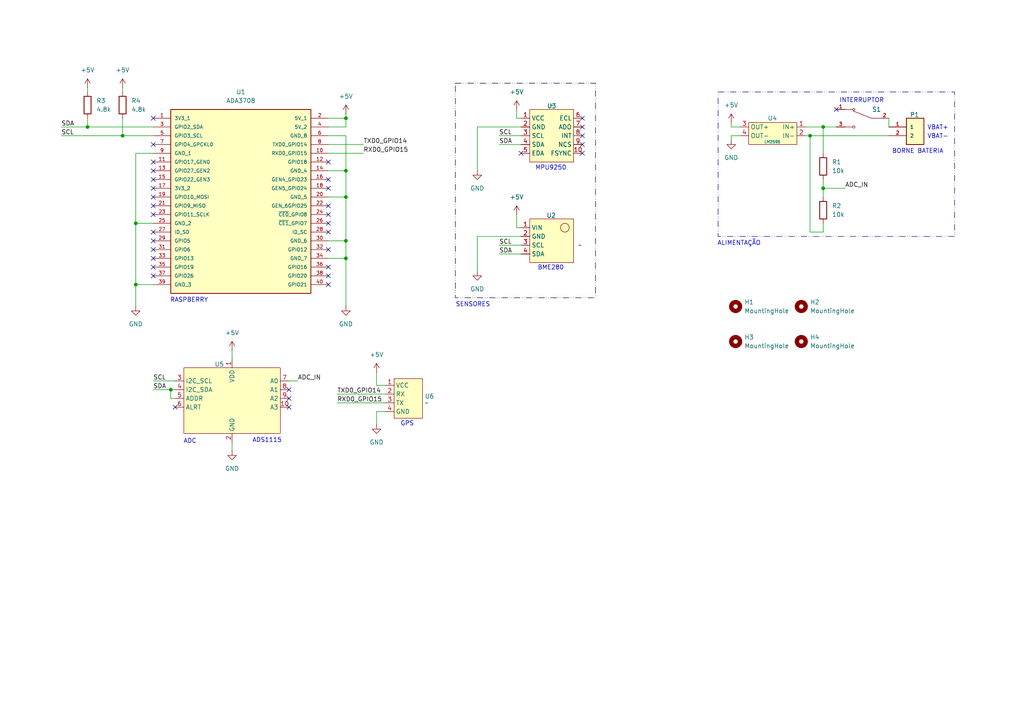
<source format=kicad_sch>
(kicad_sch (version 20231120) (generator "eeschema") (generator_version "8.0")
  (paper "A4")
  (title_block (title "BACURAU-1") (date "2024-05-15") (rev "v1") (company "Asa Branca Aerospace"))
  (lib_symbols
    (symbol "ADA3708:ADA3708" (pin_names (offset 1.016))
      (property "Reference" "U" (at -20.34 26.6962 0))
      (property "Value" "ADA3708" (at -20.3391 -30.5087 0))
      (symbol "ADA3708_0_0"
        (rectangle (start -20.32 -27.94) (end 20.32 25.4) (stroke (width 0.254)) (fill (type background)))
        (pin power_in line (at -25.4 22.86 0) (length 5.08) (name "3V3_1") (number "1"))
        (pin bidirectional line (at 25.4 12.7 180) (length 5.08) (name "RXD0_GPIO15") (number "10"))
        (pin bidirectional line (at -25.4 10.16 0) (length 5.08) (name "GPIO17_GEN0") (number "11"))
        (pin bidirectional line (at 25.4 10.16 180) (length 5.08) (name "GPIO18") (number "12"))
        (pin bidirectional line (at -25.4 7.62 0) (length 5.08) (name "GPIO27_GEN2") (number "13"))
        (pin power_in line (at 25.4 7.62 180) (length 5.08) (name "GND_4") (number "14"))
        (pin bidirectional line (at -25.4 5.08 0) (length 5.08) (name "GPIO22_GEN3") (number "15"))
        (pin bidirectional line (at 25.4 5.08 180) (length 5.08) (name "GEN4_GPIO23") (number "16"))
        (pin power_in line (at -25.4 2.54 0) (length 5.08) (name "3V3_2") (number "17"))
        (pin bidirectional line (at 25.4 2.54 180) (length 5.08) (name "GEN5_GPIO24") (number "18"))
        (pin bidirectional line (at -25.4 0 0) (length 5.08) (name "GPIO10_MOSI") (number "19"))
        (pin power_in line (at 25.4 22.86 180) (length 5.08) (name "5V_1") (number "2"))
        (pin power_in line (at 25.4 0 180) (length 5.08) (name "GND_5") (number "20"))
        (pin bidirectional line (at -25.4 -2.54 0) (length 5.08) (name "GPIO9_MISO") (number "21"))
        (pin bidirectional line (at 25.4 -2.54 180) (length 5.08) (name "GEN_6GPIO25") (number "22"))
        (pin bidirectional line (at -25.4 -5.08 0) (length 5.08) (name "GPIO11_SCLK") (number "23"))
        (pin bidirectional line (at 25.4 -5.08 180) (length 5.08) (name "~{CE0}_GPIO8") (number "24"))
        (pin power_in line (at -25.4 -7.62 0) (length 5.08) (name "GND_2") (number "25"))
        (pin bidirectional line (at 25.4 -7.62 180) (length 5.08) (name "~{CE1}_GPIO7") (number "26"))
        (pin bidirectional line (at -25.4 -10.16 0) (length 5.08) (name "ID_SD") (number "27"))
        (pin bidirectional line (at 25.4 -10.16 180) (length 5.08) (name "ID_SC") (number "28"))
        (pin bidirectional line (at -25.4 -12.7 0) (length 5.08) (name "GPIO5") (number "29"))
        (pin bidirectional line (at -25.4 20.32 0) (length 5.08) (name "GPIO2_SDA") (number "3"))
        (pin power_in line (at 25.4 -12.7 180) (length 5.08) (name "GND_6") (number "30"))
        (pin bidirectional line (at -25.4 -15.24 0) (length 5.08) (name "GPIO6") (number "31"))
        (pin bidirectional line (at 25.4 -15.24 180) (length 5.08) (name "GPIO12") (number "32"))
        (pin bidirectional line (at -25.4 -17.78 0) (length 5.08) (name "GPIO13") (number "33"))
        (pin power_in line (at 25.4 -17.78 180) (length 5.08) (name "GND_7") (number "34"))
        (pin bidirectional line (at -25.4 -20.32 0) (length 5.08) (name "GPIO19") (number "35"))
        (pin bidirectional line (at 25.4 -20.32 180) (length 5.08) (name "GPIO16") (number "36"))
        (pin bidirectional line (at -25.4 -22.86 0) (length 5.08) (name "GPIO26") (number "37"))
        (pin bidirectional line (at 25.4 -22.86 180) (length 5.08) (name "GPIO20") (number "38"))
        (pin power_in line (at -25.4 -25.4 0) (length 5.08) (name "GND_3") (number "39"))
        (pin power_in line (at 25.4 20.32 180) (length 5.08) (name "5V_2") (number "4"))
        (pin bidirectional line (at 25.4 -25.4 180) (length 5.08) (name "GPIO21") (number "40"))
        (pin bidirectional line (at -25.4 17.78 0) (length 5.08) (name "GPIO3_SCL") (number "5"))
        (pin power_in line (at 25.4 17.78 180) (length 5.08) (name "GND_8") (number "6"))
        (pin bidirectional line (at -25.4 15.24 0) (length 5.08) (name "GPIO4_GPCKL0") (number "7"))
        (pin bidirectional line (at 25.4 15.24 180) (length 5.08) (name "TXD0_GPIO14") (number "8"))
        (pin power_in line (at -25.4 12.7 0) (length 5.08) (name "GND_1") (number "9"))
      )
    )
    (symbol "BME280:BME280"
      (property "Reference" "U" (at 0 0 0) (show_name))
      (symbol "BME280_0_1"
        (rectangle (start -1.27 -1.27) (end 11.43 -13.97) (fill (type background)))
        (circle (center 8.89 -3.81) (radius 1.27))
      )
      (symbol "BME280_1_1"
        (pin input line (at -3.81 -3.81 0) (length 2.54) (name "VIN") (number "1"))
        (pin input line (at -3.81 -6.35 0) (length 2.54) (name "GND") (number "2"))
        (pin input line (at -3.81 -8.89 0) (length 2.54) (name "SCL") (number "3"))
        (pin input line (at -3.81 -11.43 0) (length 2.54) (name "SDA") (number "4"))
      )
    )
    (symbol "BORNE_KRE:282837-2" (pin_names (offset 1.016))
      (property "Reference" "P" (at -2.5406 2.5438 0))
      (symbol "282837-2_0_0"
        (rectangle (start -2.54 2.54) (end 2.54 -5.08) (stroke (width 0.254)) (fill (type background)))
        (pin passive line (at -7.62 0 0) (length 5.08) (name "1") (number "1"))
        (pin passive line (at -7.62 -2.54 0) (length 5.08) (name "2") (number "2"))
      )
    )
    (symbol "Device:R" (pin_numbers hide) (pin_names (offset 0))
      (property "Reference" "R" (at 2.032 0 90))
      (property "Value" "R" (at 0 0 90))
      (symbol "R_0_1"
        (rectangle (start -1.016 -2.54) (end 1.016 2.54) (stroke (width 0.254)))
      )
      (symbol "R_1_1"
        (pin passive line (at 0 3.81 270) (length 1.27) (name "~") (number "1"))
        (pin passive line (at 0 -3.81 90) (length 1.27) (name "~") (number "2"))
      )
    )
    (symbol "GPS_GY_NEO6MV2:GY-NEO6MV2"
      (property "Reference" "U" (at 0 0 0))
      (symbol "GY-NEO6MV2_1_1"
        (rectangle (start -1.27 -1.905) (end 6.985 -13.335) (fill (type background)))
        (pin input line (at -3.81 -3.81 0) (length 2.54) (name "VCC") (number "1"))
        (pin input line (at -3.81 -6.35 0) (length 2.54) (name "RX") (number "2"))
        (pin input line (at -3.81 -8.89 0) (length 2.54) (name "TX") (number "3"))
        (pin input line (at -3.81 -11.43 0) (length 2.54) (name "GND") (number "4"))
      )
    )
    (symbol "INTERRUPTOR:100SP1T1B4M2QE" (pin_names (offset 1.016))
      (property "Reference" "S" (at -2.54 5.08 0))
      (property "Value" "100SP1T1B4M2QE" (at -2.54 -5.08 0))
      (symbol "100SP1T1B4M2QE_0_0"
        (polyline (pts (xy -2.54 0) (xy -5.08 0)) (stroke (width 0.1524)))
        (polyline (pts (xy -2.54 0) (xy 2.794 2.1336)) (stroke (width 0.1524)))
        (polyline (pts (xy 5.08 -2.54) (xy 2.921 -2.54)) (stroke (width 0.1524)))
        (polyline (pts (xy 5.08 2.54) (xy 2.921 2.54)) (stroke (width 0.1524)))
        (circle (center 2.54 -2.54) (radius 0.3302) (stroke (width 0.1524)))
        (circle (center 2.54 2.54) (radius 0.3302) (stroke (width 0.1524)))
        (pin passive line (at 7.62 2.54 180) (length 2.54) (name "~") (number "1"))
        (pin passive line (at -7.62 0 0) (length 2.54) (name "~") (number "2"))
        (pin passive line (at 7.62 -2.54 180) (length 2.54) (name "~") (number "3"))
      )
    )
    (symbol "LM2596:LM2596"
      (property "Reference" "U" (at 0 0 0))
      (symbol "LM2596_1_1"
        (rectangle (start -1.27 -1.27) (end 12.7 -7.62) (fill (type background)))
        (text "LM2596" (at 5.588 -6.858 0) (effects (font (size 0.8 0.8))))
        (pin input line (at 15.24 -2.54 180) (length 2.54) (name "IN+") (number "1"))
        (pin input line (at 15.24 -5.08 180) (length 2.54) (name "IN-") (number "2"))
        (pin output line (at -3.81 -2.54 0) (length 2.54) (name "OUT+") (number "3"))
        (pin output line (at -3.81 -5.08 0) (length 2.54) (name "OUT-") (number "4"))
      )
    )
    (symbol "MPU9250:MPU9250"
      (property "Reference" "U" (at -0.508 1.016 0) (show_name))
      (symbol "MPU9250_1_1"
        (rectangle (start -1.27 0) (end 11.43 -15.24) (fill (type background)))
        (pin input line (at -3.81 -2.54 0) (length 2.54) (name "VCC") (number "1"))
        (pin input line (at 13.97 -12.7 180) (length 2.54) (name "FSYNC") (number "10"))
        (pin input line (at -3.81 -5.08 0) (length 2.54) (name "GND") (number "2"))
        (pin bidirectional line (at -3.81 -7.62 0) (length 2.54) (name "SCL") (number "3"))
        (pin bidirectional line (at -3.81 -10.16 0) (length 2.54) (name "SDA") (number "4"))
        (pin bidirectional line (at -3.81 -12.7 0) (length 2.54) (name "EDA") (number "5"))
        (pin bidirectional line (at 13.97 -2.54 180) (length 2.54) (name "ECL") (number "6"))
        (pin bidirectional line (at 13.97 -5.08 180) (length 2.54) (name "ADO") (number "7"))
        (pin input line (at 13.97 -7.62 180) (length 2.54) (name "INT") (number "8"))
        (pin input line (at 13.97 -10.16 180) (length 2.54) (name "NCS") (number "9"))
      )
    )
    (symbol "Mechanical:MountingHole" (pin_names (offset 1.016)) (exclude_from_sim yes) (in_bom no)
      (property "Reference" "H" (at 0 5.08 0))
      (property "Value" "MountingHole" (at 0 3.175 0))
      (symbol "MountingHole_0_1"
        (circle (center 0 0) (radius 1.27) (stroke (width 1.27)))
      )
    )
    (symbol "adafruit_ads1115:Adafruit_ADS1115"
      (property "Reference" "M" (at 0 0 0))
      (property "Value" "Adafruit_ADS1115" (at 1.27 -2.54 0))
      (property "Footprint" "ADS1115:Adafruit_ADS1115" (at 0 0 0))
      (symbol "Adafruit_ADS1115_1_1"
        (rectangle (start -13.97 7.62) (end 13.97 -11.43) (fill (type background)))
        (pin power_in line (at 0 10.16 270) (length 2.54) (name "VDD") (number "1"))
        (pin input line (at 16.51 -3.81 180) (length 2.54) (name "A3") (number "10"))
        (pin power_in line (at 0 -13.97 90) (length 2.54) (name "GND") (number "2"))
        (pin bidirectional line (at -16.51 3.81 0) (length 2.54) (name "I2C_SCL") (number "3"))
        (pin bidirectional line (at -16.51 1.27 0) (length 2.54) (name "I2C_SDA") (number "4"))
        (pin bidirectional line (at -16.51 -1.27 0) (length 2.54) (name "ADDR") (number "5"))
        (pin bidirectional line (at -16.51 -3.81 0) (length 2.54) (name "ALRT") (number "6"))
        (pin input line (at 16.51 3.81 180) (length 2.54) (name "A0") (number "7"))
        (pin input line (at 16.51 1.27 180) (length 2.54) (name "A1") (number "8"))
        (pin input line (at 16.51 -1.27 180) (length 2.54) (name "A2") (number "9"))
      )
    )
    (symbol "power:+5V" (power) (pin_numbers hide) (pin_names (offset 0) hide)
      (property "Value" "+5V" (at 0 3.556 0))
      (symbol "+5V_0_1"
        (polyline (pts (xy -0.762 1.27) (xy 0 2.54)))
        (polyline (pts (xy 0 0) (xy 0 2.54)))
        (polyline (pts (xy 0 2.54) (xy 0.762 1.27)))
      )
      (symbol "+5V_1_1"
        (pin power_in line (at 0 0 90) (length 0) (name "~") (number "1"))
      )
    )
    (symbol "power:GND" (power) (pin_numbers hide) (pin_names (offset 0) hide)
      (property "Value" "GND" (at 0 -3.81 0))
      (symbol "GND_0_1"
        (polyline (pts (xy 0 0) (xy 0 -1.27) (xy 1.27 -1.27) (xy 0 -2.54) (xy -1.27 -1.27) (xy 0 -1.27)))
      )
      (symbol "GND_1_1"
        (pin power_in line (at 0 0 270) (length 0) (name "~") (number "1"))
      )
    )
  )
  (junction (at 25.4 36.83))
  (junction (at 100.33 74.93))
  (junction (at 100.33 69.85))
  (junction (at 234.95 39.37))
  (junction (at 39.37 64.77))
  (junction (at 238.76 36.83))
  (junction (at 39.37 82.55))
  (junction (at 35.56 39.37))
  (junction (at 100.33 57.15))
  (junction (at 100.33 49.53))
  (junction (at 100.33 34.29))
  (junction (at 238.76 54.61))
  (junction (at 49.53 113.03))
  (no_connect (at 95.25 82.55))
  (no_connect (at 44.45 80.01))
  (no_connect (at 151.13 44.45))
  (no_connect (at 44.45 54.61))
  (no_connect (at 95.25 80.01))
  (no_connect (at 44.45 52.07))
  (no_connect (at 44.45 41.91))
  (no_connect (at 95.25 67.31))
  (no_connect (at 168.91 41.91))
  (no_connect (at 44.45 46.99))
  (no_connect (at 44.45 59.69))
  (no_connect (at 95.25 77.47))
  (no_connect (at 95.25 46.99))
  (no_connect (at 44.45 72.39))
  (no_connect (at 95.25 54.61))
  (no_connect (at 95.25 72.39))
  (no_connect (at 168.91 44.45))
  (no_connect (at 44.45 69.85))
  (no_connect (at 83.82 113.03))
  (no_connect (at 44.45 62.23))
  (no_connect (at 44.45 34.29))
  (no_connect (at 168.91 39.37))
  (no_connect (at 44.45 49.53))
  (no_connect (at 44.45 57.15))
  (no_connect (at 95.25 64.77))
  (no_connect (at 44.45 67.31))
  (no_connect (at 242.57 31.75))
  (no_connect (at 168.91 36.83))
  (no_connect (at 95.25 52.07))
  (no_connect (at 50.8 118.11))
  (no_connect (at 168.91 34.29))
  (no_connect (at 44.45 77.47))
  (no_connect (at 83.82 118.11))
  (no_connect (at 83.82 115.57))
  (no_connect (at 44.45 74.93))
  (no_connect (at 95.25 62.23))
  (no_connect (at 95.25 59.69))
  (wire (pts (xy 49.53 115.57) (xy 49.53 113.03)))
  (wire (pts (xy 212.09 39.37) (xy 214.63 39.37)))
  (wire (pts (xy 95.25 49.53) (xy 100.33 49.53)))
  (wire (pts (xy 149.86 66.04) (xy 149.86 62.23)))
  (wire (pts (xy 144.78 39.37) (xy 151.13 39.37)))
  (wire (pts (xy 49.53 113.03) (xy 50.8 113.03)))
  (wire (pts (xy 149.86 31.75) (xy 149.86 34.29)))
  (wire (pts (xy 238.76 64.77) (xy 238.76 67.31)))
  (wire (pts (xy 238.76 36.83) (xy 242.57 36.83)))
  (wire (pts (xy 17.78 39.37) (xy 35.56 39.37)))
  (wire (pts (xy 25.4 36.83) (xy 44.45 36.83)))
  (wire (pts (xy 109.22 119.38) (xy 111.76 119.38)))
  (wire (pts (xy 95.25 69.85) (xy 100.33 69.85)))
  (wire (pts (xy 238.76 54.61) (xy 238.76 57.15)))
  (wire (pts (xy 25.4 34.29) (xy 25.4 36.83)))
  (wire (pts (xy 39.37 44.45) (xy 39.37 64.77)))
  (wire (pts (xy 39.37 82.55) (xy 44.45 82.55)))
  (wire (pts (xy 95.25 74.93) (xy 100.33 74.93)))
  (wire (pts (xy 212.09 40.64) (xy 212.09 39.37)))
  (wire (pts (xy 35.56 25.4) (xy 35.56 26.67)))
  (wire (pts (xy 234.95 67.31) (xy 234.95 39.37)))
  (wire (pts (xy 35.56 39.37) (xy 44.45 39.37)))
  (wire (pts (xy 35.56 34.29) (xy 35.56 39.37)))
  (wire (pts (xy 67.31 101.6) (xy 67.31 104.14)))
  (wire (pts (xy 234.95 67.31) (xy 238.76 67.31)))
  (wire (pts (xy 212.09 35.56) (xy 212.09 36.83)))
  (wire (pts (xy 25.4 25.4) (xy 25.4 26.67)))
  (wire (pts (xy 109.22 123.19) (xy 109.22 119.38)))
  (wire (pts (xy 100.33 36.83) (xy 100.33 34.29)))
  (wire (pts (xy 100.33 57.15) (xy 100.33 69.85)))
  (wire (pts (xy 109.22 111.76) (xy 109.22 107.95)))
  (wire (pts (xy 44.45 44.45) (xy 39.37 44.45)))
  (wire (pts (xy 105.41 44.45) (xy 95.25 44.45)))
  (wire (pts (xy 67.31 128.27) (xy 67.31 130.81)))
  (wire (pts (xy 144.78 71.12) (xy 151.13 71.12)))
  (wire (pts (xy 97.79 116.84) (xy 111.76 116.84)))
  (wire (pts (xy 144.78 41.91) (xy 151.13 41.91)))
  (wire (pts (xy 151.13 36.83) (xy 138.43 36.83)))
  (wire (pts (xy 83.82 110.49) (xy 86.36 110.49)))
  (wire (pts (xy 238.76 54.61) (xy 245.11 54.61)))
  (wire (pts (xy 39.37 64.77) (xy 39.37 82.55)))
  (wire (pts (xy 95.25 39.37) (xy 100.33 39.37)))
  (wire (pts (xy 100.33 49.53) (xy 100.33 57.15)))
  (wire (pts (xy 97.79 114.3) (xy 111.76 114.3)))
  (wire (pts (xy 151.13 66.04) (xy 149.86 66.04)))
  (wire (pts (xy 17.78 36.83) (xy 25.4 36.83)))
  (wire (pts (xy 95.25 36.83) (xy 100.33 36.83)))
  (wire (pts (xy 144.78 73.66) (xy 151.13 73.66)))
  (wire (pts (xy 111.76 111.76) (xy 109.22 111.76)))
  (wire (pts (xy 234.95 39.37) (xy 257.81 39.37)))
  (wire (pts (xy 100.33 33.02) (xy 100.33 34.29)))
  (wire (pts (xy 257.81 34.29) (xy 257.81 36.83)))
  (wire (pts (xy 138.43 68.58) (xy 138.43 78.74)))
  (wire (pts (xy 95.25 57.15) (xy 100.33 57.15)))
  (wire (pts (xy 95.25 41.91) (xy 105.41 41.91)))
  (wire (pts (xy 238.76 52.07) (xy 238.76 54.61)))
  (wire (pts (xy 39.37 64.77) (xy 44.45 64.77)))
  (wire (pts (xy 100.33 69.85) (xy 100.33 74.93)))
  (wire (pts (xy 44.45 110.49) (xy 50.8 110.49)))
  (wire (pts (xy 138.43 36.83) (xy 138.43 49.53)))
  (wire (pts (xy 233.68 39.37) (xy 234.95 39.37)))
  (wire (pts (xy 212.09 36.83) (xy 214.63 36.83)))
  (wire (pts (xy 238.76 36.83) (xy 238.76 44.45)))
  (wire (pts (xy 100.33 74.93) (xy 100.33 88.9)))
  (wire (pts (xy 151.13 68.58) (xy 138.43 68.58)))
  (wire (pts (xy 44.45 113.03) (xy 49.53 113.03)))
  (wire (pts (xy 233.68 36.83) (xy 238.76 36.83)))
  (wire (pts (xy 39.37 82.55) (xy 39.37 88.9)))
  (wire (pts (xy 50.8 115.57) (xy 49.53 115.57)))
  (wire (pts (xy 100.33 39.37) (xy 100.33 49.53)))
  (wire (pts (xy 95.25 34.29) (xy 100.33 34.29)))
  (wire (pts (xy 149.86 34.29) (xy 151.13 34.29)))
  (rectangle (start 208.28 26.67) (end 276.86 68.58) (stroke (width 0) (type dash_dot_dot) (color 0 0 132 1)))
  (rectangle (start 132.08 24.13) (end 172.72 86.36) (stroke (width 0) (type dash_dot_dot) (color 0 0 72 1)))
  (text "SENSORES" (at 137.16 88.392 0) (effects (font (size 1.27 1.27))))
  (text "ADC" (at 55.118 128.016 0) (effects (font (size 1.27 1.27))))
  (text "BORNE BATERIA" (at 266.192 43.942 0) (effects (font (size 1.27 1.27))))
  (text "INTERRUPTOR" (at 249.936 29.21 0) (effects (font (size 1.27 1.27))))
  (text "GPS" (at 118.11 122.936 0) (effects (font (size 1.27 1.27))))
  (text "ADS1115" (at 77.47 127.762 0) (effects (font (size 1.27 1.27))))
  (text "ALIMENTAÇÃO" (at 214.376 70.612 0) (effects (font (size 1.27 1.27))))
  (text "VBAT-" (at 272.034 39.624 0) (effects (font (size 1.27 1.27))))
  (text "RASPBERRY" (at 54.864 87.122 0) (effects (font (size 1.27 1.27))))
  (text "MPU9250" (at 159.766 48.768 0) (effects (font (size 1.27 1.27))))
  (text "BME280" (at 159.766 77.724 0) (effects (font (size 1.27 1.27))))
  (text "VBAT+" (at 272.034 37.084 0) (effects (font (size 1.27 1.27))))
  (label "SDA" (at 144.78 73.66 0))
  (label "SCL" (at 17.78 39.37 0))
  (label "RXD0_GPIO15" (at 97.79 116.84 0))
  (label "SDA" (at 144.78 41.91 0))
  (label "SCL" (at 144.78 71.12 0))
  (label "SCL" (at 44.45 110.49 0))
  (label "SCL" (at 144.78 39.37 0))
  (label "TXD0_GPIO14" (at 97.79 114.3 0))
  (label "ADC_IN" (at 86.36 110.49 0))
  (label "RXD0_GPIO15" (at 105.41 44.45 0))
  (label "TXD0_GPIO14" (at 105.41 41.91 0))
  (label "SDA" (at 17.78 36.83 0))
  (label "SDA" (at 44.45 113.03 0))
  (label "ADC_IN" (at 245.11 54.61 0))
  (symbol (lib_id "power:GND") (at 212.09 40.64 0) (unit 1)
    (property "Reference" "#PWR02" (effects (hide yes)))
    (property "Value" "GND" (at 212.09 45.72 0))
    (property "Description" "Power symbol creates a global label with name \"GND\" , ground" (effects (hide yes)))
  )
  (symbol (lib_id "BME280:BME280") (at 154.94 62.23 0) (unit 1)
    (property "Reference" "U2" (at 158.496 62.484 0) (effects (justify left)))
    (property "Value" "~" (at 167.64 71.12 0) (effects (justify left)))
    (property "Footprint" "BME280:BME280" (effects (hide yes)))
  )
  (symbol (lib_id "LM2596:LM2596") (at 218.44 34.29 0) (unit 1)
    (property "Reference" "U4" (at 224.028 34.29 0))
    (property "Footprint" "LM2596:YAAJ_DCDC_StepDown_LM2596" (effects (hide yes)))
  )
  (symbol (lib_id "power:+5V") (at 35.56 25.4 0) (unit 1)
    (property "Reference" "#PWR012" (effects (hide yes)))
    (property "Value" "+5V" (at 35.56 20.32 0))
    (property "Description" "Power symbol creates a global label with name \"+5V\"" (effects (hide yes)))
  )
  (symbol (lib_id "power:GND") (at 67.31 130.81 0) (unit 1)
    (property "Reference" "#PWR010" (effects (hide yes)))
    (property "Value" "GND" (at 67.31 135.89 0))
    (property "Description" "Power symbol creates a global label with name \"GND\" , ground" (effects (hide yes)))
  )
  (symbol (lib_id "Mechanical:MountingHole") (at 213.36 88.9 0) (unit 1) (exclude_from_sim yes) (in_bom no)
    (property "Reference" "H1" (at 215.9 87.6299 0) (effects (justify left)))
    (property "Value" "MountingHole" (at 215.9 90.1699 0) (effects (justify left)))
    (property "Footprint" "MountingHole:MountingHole_3.2mm_M3" (effects (hide yes)))
    (property "Description" "Mounting Hole without connection" (effects (hide yes)))
  )
  (symbol (lib_id "power:+5V") (at 149.86 31.75 0) (unit 1)
    (property "Reference" "#PWR05" (effects (hide yes)))
    (property "Value" "+5V" (at 149.86 26.67 0))
    (property "Description" "Power symbol creates a global label with name \"+5V\"" (effects (hide yes)))
  )
  (symbol (lib_id "power:+5V") (at 149.86 62.23 0) (unit 1)
    (property "Reference" "#PWR06" (effects (hide yes)))
    (property "Value" "+5V" (at 149.86 57.15 0))
    (property "Description" "Power symbol creates a global label with name \"+5V\"" (effects (hide yes)))
  )
  (symbol (lib_id "power:GND") (at 138.43 78.74 0) (unit 1)
    (property "Reference" "#PWR08" (effects (hide yes)))
    (property "Value" "GND" (at 138.43 83.82 0))
    (property "Description" "Power symbol creates a global label with name \"GND\" , ground" (effects (hide yes)))
  )
  (symbol (lib_id "Device:R") (at 35.56 30.48 0) (unit 1)
    (property "Reference" "R4" (at 38.1 29.2099 0) (effects (justify left)))
    (property "Value" "4.8k" (at 38.1 31.7499 0) (effects (justify left)))
    (property "Footprint" "Resistor_THT:R_Axial_DIN0207_L6.3mm_D2.5mm_P10.16mm_Horizontal" (effects (hide yes)))
    (property "Description" "Resistor" (effects (hide yes)))
  )
  (symbol (lib_id "GPS_GY_NEO6MV2:GY-NEO6MV2") (at 115.57 107.95 0) (unit 1)
    (property "Reference" "U6" (at 123.19 114.9349 0) (effects (justify left)))
    (property "Value" "~" (at 123.19 116.84 0) (effects (justify left)))
    (property "Footprint" "GPS_GY-NEO6M:GY-NEO6MV2" (effects (hide yes)))
  )
  (symbol (lib_id "power:GND") (at 100.33 88.9 0) (unit 1)
    (property "Reference" "#PWR03" (effects (hide yes)))
    (property "Value" "GND" (at 100.33 93.98 0))
    (property "Description" "Power symbol creates a global label with name \"GND\" , ground" (effects (hide yes)))
  )
  (symbol (lib_id "power:GND") (at 109.22 123.19 0) (unit 1)
    (property "Reference" "#PWR014" (effects (hide yes)))
    (property "Value" "GND" (at 109.22 128.27 0))
    (property "Description" "Power symbol creates a global label with name \"GND\" , ground" (effects (hide yes)))
  )
  (symbol (lib_id "Mechanical:MountingHole") (at 232.41 88.9 0) (unit 1) (exclude_from_sim yes) (in_bom no)
    (property "Reference" "H2" (at 234.95 87.6299 0) (effects (justify left)))
    (property "Value" "MountingHole" (at 234.95 90.1699 0) (effects (justify left)))
    (property "Footprint" "MountingHole:MountingHole_3.2mm_M3" (effects (hide yes)))
    (property "Description" "Mounting Hole without connection" (effects (hide yes)))
  )
  (symbol (lib_id "Device:R") (at 238.76 60.96 0) (unit 1)
    (property "Reference" "R2" (at 241.3 59.6899 0) (effects (justify left)))
    (property "Value" "10k" (at 241.3 62.2299 0) (effects (justify left)))
    (property "Footprint" "Resistor_THT:R_Axial_DIN0207_L6.3mm_D2.5mm_P10.16mm_Horizontal" (effects (hide yes)))
    (property "Description" "Resistor" (effects (hide yes)))
  )
  (symbol (lib_id "INTERRUPTOR:100SP1T1B4M2QE") (at 250.19 34.29 0) (mirror y) (unit 1)
    (property "Reference" "S1" (at 254.254 31.75 0))
    (property "Value" "100SP1T1B4M2QE" (effects (hide yes)))
    (property "Footprint" "INTERRUPTOR:SW_100SP1T1B4M2QE" (effects (hide yes)))
  )
  (symbol (lib_id "adafruit_ads1115:Adafruit_ADS1115") (at 67.31 114.3 0) (unit 1)
    (property "Reference" "U5" (at 62.23 105.664 0) (effects (justify left)))
    (property "Value" "Adafruit_ADS1115" (effects (hide yes)))
    (property "Footprint" "ADS1115:Adafruit_ADS1115" (effects (hide yes)))
  )
  (symbol (lib_id "power:+5V") (at 25.4 25.4 0) (unit 1)
    (property "Reference" "#PWR011" (effects (hide yes)))
    (property "Value" "+5V" (at 25.4 20.32 0))
    (property "Description" "Power symbol creates a global label with name \"+5V\"" (effects (hide yes)))
  )
  (symbol (lib_id "power:+5V") (at 212.09 35.56 0) (unit 1)
    (property "Reference" "#PWR01" (effects (hide yes)))
    (property "Value" "+5V" (at 212.09 30.48 0))
    (property "Description" "Power symbol creates a global label with name \"+5V\"" (effects (hide yes)))
  )
  (symbol (lib_id "power:+5V") (at 67.31 101.6 0) (unit 1)
    (property "Reference" "#PWR09" (effects (hide yes)))
    (property "Value" "+5V" (at 67.31 96.52 0))
    (property "Description" "Power symbol creates a global label with name \"+5V\"" (effects (hide yes)))
  )
  (symbol (lib_id "ADA3708:ADA3708") (at 69.85 57.15 0) (unit 1)
    (property "Reference" "U1" (at 69.85 26.67 0))
    (property "Value" "ADA3708" (at 69.85 29.21 0))
    (property "Footprint" "ADA3708:MODULE_ADA3708" (effects (hide yes)))
    (property "MF" "Adafruit Industries" (effects (hide yes)))
    (property "Description_1" "\nRaspberry Pi Zero WH (Zero W with Headers)\n" (effects (hide yes)))
    (property "Package" "None" (effects (hide yes)))
    (property "Price" "None" (effects (hide yes)))
    (property "Check_prices" "https://www.snapeda.com/parts/ADA3708/Adafruit+Industries+LLC/view-part/?ref=eda" (effects (hide yes)))
    (property "STANDARD" "Manufacturer Recommendations" (effects (hide yes)))
    (property "SnapEDA_Link" "https://www.snapeda.com/parts/ADA3708/Adafruit+Industries+LLC/view-part/?ref=snap" (effects (hide yes)))
    (property "MP" "ADA3708" (effects (hide yes)))
    (property "Availability" "Not in stock" (effects (hide yes)))
    (property "MANUFACTURER" "Adafruit Industries" (effects (hide yes)))
  )
  (symbol (lib_id "Device:R") (at 25.4 30.48 0) (unit 1)
    (property "Reference" "R3" (at 27.94 29.2099 0) (effects (justify left)))
    (property "Value" "4.8k" (at 27.94 31.7499 0) (effects (justify left)))
    (property "Footprint" "Resistor_THT:R_Axial_DIN0207_L6.3mm_D2.5mm_P10.16mm_Horizontal" (effects (hide yes)))
    (property "Description" "Resistor" (effects (hide yes)))
  )
  (symbol (lib_id "power:+5V") (at 109.22 107.95 0) (unit 1)
    (property "Reference" "#PWR015" (effects (hide yes)))
    (property "Value" "+5V" (at 109.22 102.87 0))
    (property "Description" "Power symbol creates a global label with name \"+5V\"" (effects (hide yes)))
  )
  (symbol (lib_id "power:GND") (at 138.43 49.53 0) (unit 1)
    (property "Reference" "#PWR07" (effects (hide yes)))
    (property "Value" "GND" (at 138.43 54.61 0))
    (property "Description" "Power symbol creates a global label with name \"GND\" , ground" (effects (hide yes)))
  )
  (symbol (lib_id "power:+5V") (at 100.33 33.02 0) (unit 1)
    (property "Reference" "#PWR04" (effects (hide yes)))
    (property "Value" "+5V" (at 100.33 27.94 0))
    (property "Description" "Power symbol creates a global label with name \"+5V\"" (effects (hide yes)))
  )
  (symbol (lib_id "BORNE_KRE:282837-2") (at 265.43 36.83 0) (unit 1)
    (property "Reference" "P1" (at 263.906 33.274 0) (effects (justify left)))
    (property "Footprint" "BORNE_KRE2:BORNE_KRE" (effects (hide yes)))
    (property "Description" "TERMINAL BLOCK 3.5MM 2POS PCB" (effects (hide yes)))
  )
  (symbol (lib_id "MPU9250:MPU9250") (at 154.94 31.75 0) (unit 1)
    (property "Reference" "U3" (at 160.02 30.734 0))
    (property "Value" "~" (at 160.02 30.48 0))
    (property "Footprint" "MPU9250:MPU9250" (effects (hide yes)))
  )
  (symbol (lib_id "power:GND") (at 39.37 88.9 0) (unit 1)
    (property "Reference" "#PWR013" (effects (hide yes)))
    (property "Value" "GND" (at 39.37 93.98 0))
    (property "Description" "Power symbol creates a global label with name \"GND\" , ground" (effects (hide yes)))
  )
  (symbol (lib_id "Mechanical:MountingHole") (at 232.41 99.06 0) (unit 1) (exclude_from_sim yes) (in_bom no)
    (property "Reference" "H4" (at 234.95 97.7899 0) (effects (justify left)))
    (property "Value" "MountingHole" (at 234.95 100.3299 0) (effects (justify left)))
    (property "Footprint" "MountingHole:MountingHole_3.2mm_M3" (effects (hide yes)))
    (property "Description" "Mounting Hole without connection" (effects (hide yes)))
  )
  (symbol (lib_id "Mechanical:MountingHole") (at 213.36 99.06 0) (unit 1) (exclude_from_sim yes) (in_bom no)
    (property "Reference" "H3" (at 215.9 97.7899 0) (effects (justify left)))
    (property "Value" "MountingHole" (at 215.9 100.3299 0) (effects (justify left)))
    (property "Footprint" "MountingHole:MountingHole_3.2mm_M3" (effects (hide yes)))
    (property "Description" "Mounting Hole without connection" (effects (hide yes)))
  )
  (symbol (lib_id "Device:R") (at 238.76 48.26 0) (unit 1)
    (property "Reference" "R1" (at 241.3 46.9899 0) (effects (justify left)))
    (property "Value" "10k" (at 241.3 49.5299 0) (effects (justify left)))
    (property "Footprint" "Resistor_THT:R_Axial_DIN0207_L6.3mm_D2.5mm_P10.16mm_Horizontal" (effects (hide yes)))
    (property "Description" "Resistor" (effects (hide yes)))
  )
)
</source>
